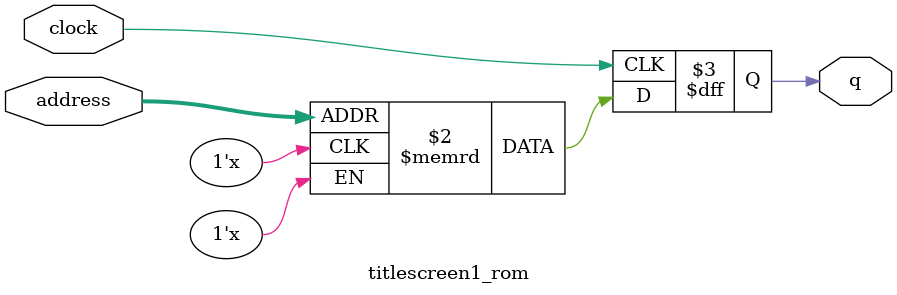
<source format=sv>
module titlescreen1_rom (
	input logic clock,
	input logic [15:0] address,
	output logic [0:0] q
);

logic [0:0] memory [0:38399] /* synthesis ram_init_file = "./titlescreen1/titlescreen1.mif" */;

always_ff @ (posedge clock) begin
	q <= memory[address];
end

endmodule

</source>
